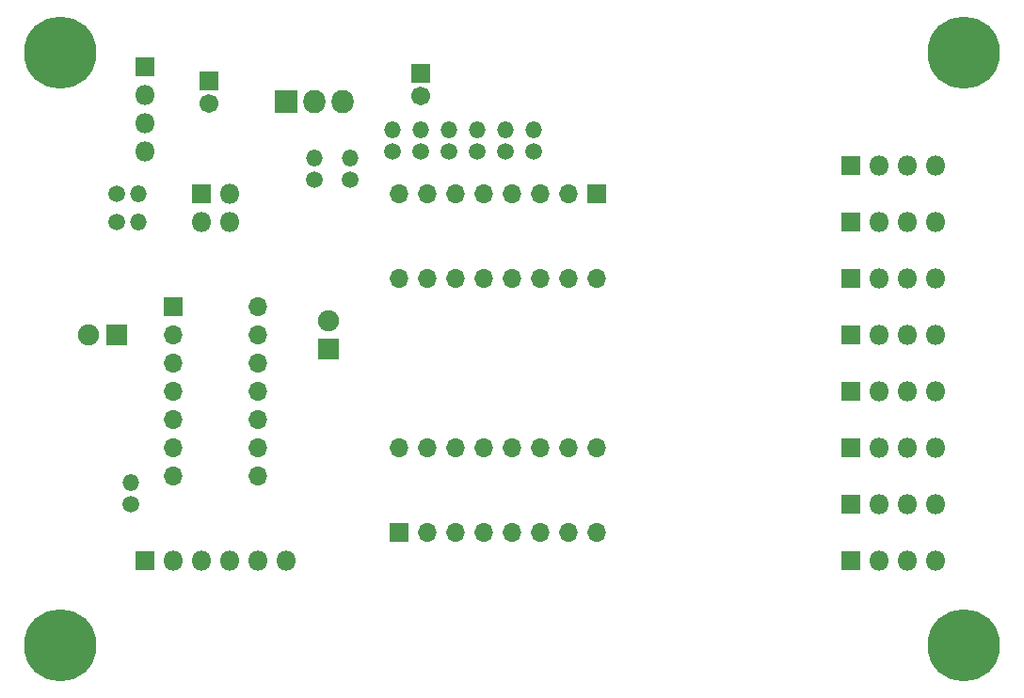
<source format=gts>
G04 #@! TF.GenerationSoftware,KiCad,Pcbnew,(5.1.0-0)*
G04 #@! TF.CreationDate,2019-04-07T16:06:34-04:00*
G04 #@! TF.ProjectId,SonoctoWide,536f6e6f-6374-46f5-9769-64652e6b6963,rev?*
G04 #@! TF.SameCoordinates,Original*
G04 #@! TF.FileFunction,Soldermask,Top*
G04 #@! TF.FilePolarity,Negative*
%FSLAX46Y46*%
G04 Gerber Fmt 4.6, Leading zero omitted, Abs format (unit mm)*
G04 Created by KiCad (PCBNEW (5.1.0-0)) date 2019-04-07 16:06:34*
%MOMM*%
%LPD*%
G04 APERTURE LIST*
%ADD10C,6.501600*%
%ADD11O,1.801600X1.801600*%
%ADD12R,1.801600X1.801600*%
%ADD13O,1.501600X1.501600*%
%ADD14C,1.501600*%
%ADD15O,1.701600X1.701600*%
%ADD16R,1.701600X1.701600*%
%ADD17O,2.006600X2.101600*%
%ADD18R,2.006600X2.101600*%
%ADD19C,1.901600*%
%ADD20R,1.901600X1.901600*%
%ADD21C,1.701600*%
G04 APERTURE END LIST*
D10*
X180340000Y-116840000D03*
X99060000Y-116840000D03*
X99060000Y-63500000D03*
X180340000Y-63500000D03*
D11*
X114300000Y-78740000D03*
X111760000Y-78740000D03*
X114300000Y-76200000D03*
D12*
X111760000Y-76200000D03*
D13*
X121920000Y-73030000D03*
D14*
X121920000Y-74930000D03*
D13*
X125095000Y-73030000D03*
D14*
X125095000Y-74930000D03*
D13*
X128905000Y-70490000D03*
D14*
X128905000Y-72390000D03*
D13*
X131445000Y-70490000D03*
D14*
X131445000Y-72390000D03*
D13*
X141605000Y-70490000D03*
D14*
X141605000Y-72390000D03*
D13*
X139065000Y-70490000D03*
D14*
X139065000Y-72390000D03*
D13*
X136525000Y-70485000D03*
D14*
X136525000Y-72385000D03*
D13*
X133985000Y-70490000D03*
D14*
X133985000Y-72390000D03*
D13*
X105410000Y-102240000D03*
D14*
X105410000Y-104140000D03*
D13*
X106040000Y-76200000D03*
D14*
X104140000Y-76200000D03*
D13*
X106040000Y-78740000D03*
D14*
X104140000Y-78740000D03*
D15*
X129540000Y-99060000D03*
X147320000Y-106680000D03*
X132080000Y-99060000D03*
X144780000Y-106680000D03*
X134620000Y-99060000D03*
X142240000Y-106680000D03*
X137160000Y-99060000D03*
X139700000Y-106680000D03*
X139700000Y-99060000D03*
X137160000Y-106680000D03*
X142240000Y-99060000D03*
X134620000Y-106680000D03*
X144780000Y-99060000D03*
X132080000Y-106680000D03*
X147320000Y-99060000D03*
D16*
X129540000Y-106680000D03*
D15*
X147320000Y-83820000D03*
X129540000Y-76200000D03*
X144780000Y-83820000D03*
X132080000Y-76200000D03*
X142240000Y-83820000D03*
X134620000Y-76200000D03*
X139700000Y-83820000D03*
X137160000Y-76200000D03*
X137160000Y-83820000D03*
X139700000Y-76200000D03*
X134620000Y-83820000D03*
X142240000Y-76200000D03*
X132080000Y-83820000D03*
X144780000Y-76200000D03*
X129540000Y-83820000D03*
D16*
X147320000Y-76200000D03*
D15*
X116840000Y-86360000D03*
X109220000Y-101600000D03*
X116840000Y-88900000D03*
X109220000Y-99060000D03*
X116840000Y-91440000D03*
X109220000Y-96520000D03*
X116840000Y-93980000D03*
X109220000Y-93980000D03*
X116840000Y-96520000D03*
X109220000Y-91440000D03*
X116840000Y-99060000D03*
X109220000Y-88900000D03*
X116840000Y-101600000D03*
D16*
X109220000Y-86360000D03*
D17*
X124460000Y-67945000D03*
X121920000Y-67945000D03*
D18*
X119380000Y-67945000D03*
D11*
X119380000Y-109220000D03*
X116840000Y-109220000D03*
X114300000Y-109220000D03*
X111760000Y-109220000D03*
X109220000Y-109220000D03*
D12*
X106680000Y-109220000D03*
D11*
X177800000Y-109220000D03*
X175260000Y-109220000D03*
X172720000Y-109220000D03*
D12*
X170180000Y-109220000D03*
D11*
X177800000Y-104140000D03*
X175260000Y-104140000D03*
X172720000Y-104140000D03*
D12*
X170180000Y-104140000D03*
D11*
X177800000Y-99060000D03*
X175260000Y-99060000D03*
X172720000Y-99060000D03*
D12*
X170180000Y-99060000D03*
D11*
X177800000Y-93980000D03*
X175260000Y-93980000D03*
X172720000Y-93980000D03*
D12*
X170180000Y-93980000D03*
D11*
X177800000Y-88900000D03*
X175260000Y-88900000D03*
X172720000Y-88900000D03*
D12*
X170180000Y-88900000D03*
D11*
X177800000Y-83820000D03*
X175260000Y-83820000D03*
X172720000Y-83820000D03*
D12*
X170180000Y-83820000D03*
D11*
X177800000Y-78740000D03*
X175260000Y-78740000D03*
X172720000Y-78740000D03*
D12*
X170180000Y-78740000D03*
D11*
X177800000Y-73660000D03*
X175260000Y-73660000D03*
X172720000Y-73660000D03*
D12*
X170180000Y-73660000D03*
D11*
X106680000Y-72390000D03*
X106680000Y-69850000D03*
X106680000Y-67310000D03*
D12*
X106680000Y-64770000D03*
D19*
X101600000Y-88900000D03*
D20*
X104140000Y-88900000D03*
D19*
X123190000Y-87630000D03*
D20*
X123190000Y-90170000D03*
D21*
X131445000Y-67405000D03*
D16*
X131445000Y-65405000D03*
D21*
X112395000Y-68040000D03*
D16*
X112395000Y-66040000D03*
M02*

</source>
